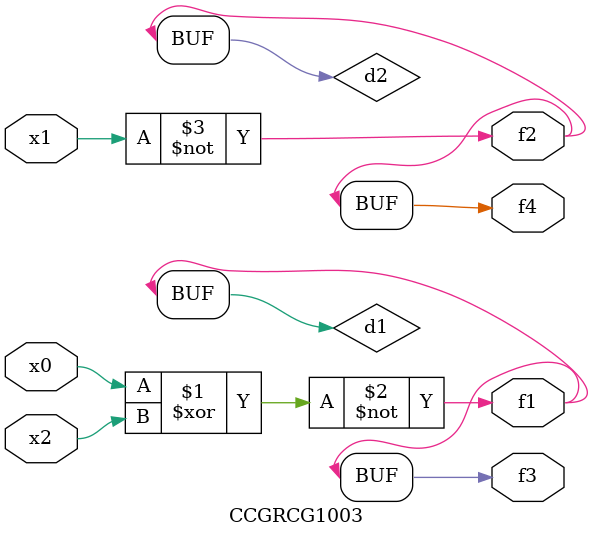
<source format=v>
module CCGRCG1003(
	input x0, x1, x2,
	output f1, f2, f3, f4
);

	wire d1, d2, d3;

	xnor (d1, x0, x2);
	nand (d2, x1);
	nor (d3, x1, x2);
	assign f1 = d1;
	assign f2 = d2;
	assign f3 = d1;
	assign f4 = d2;
endmodule

</source>
